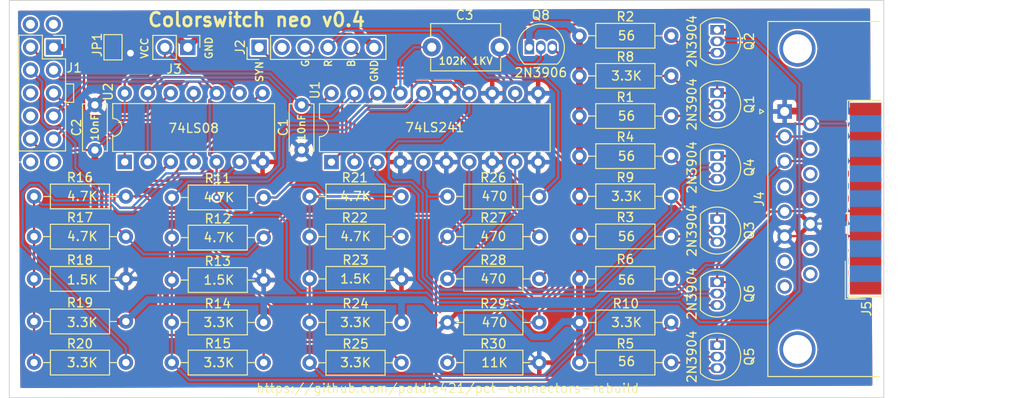
<source format=kicad_pcb>
(kicad_pcb (version 20221018) (generator pcbnew)
  (layers (0 "F.Cu" signal) (31 "B.Cu" signal) (34 "B.Paste" user) (35 "F.Paste" user) (36 "B.SilkS" user "B.Silkscreen") (37 "F.SilkS" user "F.Silkscreen") (38 "B.Mask" user) (39 "F.Mask" user) (44 "Edge.Cuts" user))
  (net 0 "")
  (net 1 "VCC")
  (net 2 "GND1")
  (net 3 "CS")
  (net 4 "Net-(Q8-B)")
  (net 5 "BLUE")
  (net 6 "Net-(Q1-B)")
  (net 7 "Net-(Q1-C)")
  (net 8 "CB")
  (net 9 "Net-(Q2-C)")
  (net 10 "RED")
  (net 11 "Net-(Q3-B)")
  (net 12 "Net-(Q3-C)")
  (net 13 "CR")
  (net 14 "Net-(Q4-C)")
  (net 15 "GREEN")
  (net 16 "Net-(Q5-B)")
  (net 17 "Net-(Q5-C)")
  (net 18 "CG")
  (net 19 "Net-(Q6-C)")
  (net 20 "Net-(Q8-C)")
  (net 21 "XINT")
  (net 22 "XB")
  (net 23 "XR")
  (net 24 "XG")
  (net 25 "Net-(J2-Pin_4)")
  (net 26 "Net-(J2-Pin_3)")
  (net 27 "Net-(J2-Pin_5)")
  (net 28 "ENABLE")
  (net 29 "Net-(J2-Pin_1)")
  (net 30 "CSYNC")
  (net 31 "G")
  (net 32 "B")
  (net 33 "R")
  (net 34 "INT")
  (net 35 "GND")
  (footprint "Resistor_THT:R_Axial_DIN0207_L6.3mm_D2.5mm_P10.16mm_Horizontal" (layer "F.Cu") (at 145.415 114.935)
    (fp_text reference "R30")
    (fp_text value "11K")
  )
  (footprint "Resistor_THT:R_Axial_DIN0207_L6.3mm_D2.5mm_P10.16mm_Horizontal" (layer "F.Cu") (at 130.175 105.664)
    (fp_text reference "R23")
    (fp_text value "1.5K")
  )
  (footprint "Connector_PinHeader_2.54mm:PinHeader_1x06_P2.54mm_Vertical" (layer "F.Cu") (at 124.587 80.03 90)
    (fp_text reference "J2")
    (fp_text value "Conn_01x06")
  )
  (footprint "Connector_PinHeader_2.54mm:PinHeader_1x02_P2.54mm_Vertical" (layer "F.Cu") (at 116.705 80.03 -90)
    (fp_text reference "J3")
    (fp_text value "Conn_01x02_Pin" hide)
  )
  (footprint "Resistor_THT:R_Axial_DIN0207_L6.3mm_D2.5mm_P10.16mm_Horizontal" (layer "F.Cu") (at 160.02 114.935)
    (fp_text reference "R5")
    (fp_text value "56")
  )
  (footprint "Connector_PinHeader_2.54mm:PinHeader_1x02_P2.54mm_Vertical" (layer "F.Cu") (at 101.859 92.71 -90)
    (fp_text reference "J3" hide)
    (fp_text value "Conn_01x02_Pin" hide)
  )
  (footprint "Resistor_THT:R_Axial_DIN0207_L6.3mm_D2.5mm_P10.16mm_Horizontal" (layer "F.Cu") (at 114.935 105.791)
    (fp_text reference "R13")
    (fp_text value "1.5K")
  )
  (footprint "Resistor_THT:R_Axial_DIN0207_L6.3mm_D2.5mm_P10.16mm_Horizontal" (layer "F.Cu") (at 114.935 114.935)
    (fp_text reference "R15")
    (fp_text value "3.3K")
  )
  (footprint "Connector_PinHeader_2.54mm:PinHeader_2x05_P2.54mm_Vertical" (layer "F.Cu") (at 99.314 80.01)
    (fp_text reference "J1")
    (fp_text value "Conn_02x05_Odd_Even" hide)
  )
  (footprint "Package_DIP:DIP-14_W7.62mm" (layer "F.Cu") (at 109.728 92.71 90)
    (fp_text reference "U2")
    (fp_text value "74LS08")
  )
  (footprint "Capacitor_THT:C_Disc_D7.5mm_W5.0mm_P7.50mm" (layer "F.Cu") (at 143.683159 80.01)
    (fp_text reference "C3")
    (fp_text value "102K 1KV")
  )
  (footprint "Resistor_THT:R_Axial_DIN0207_L6.3mm_D2.5mm_P10.16mm_Horizontal" (layer "F.Cu") (at 114.935 96.647)
    (fp_text reference "R11")
    (fp_text value "4.7K")
  )
  (footprint "Resistor_THT:R_Axial_DIN0207_L6.3mm_D2.5mm_P10.16mm_Horizontal" (layer "F.Cu") (at 99.695 100.985)
    (fp_text reference "R17")
    (fp_text value "4.7K")
  )
  (footprint "Package_TO_SOT_THT:TO-92_Inline" (layer "F.Cu") (at 154.478159 80.03)
    (fp_text reference "Q8")
    (fp_text value "2N3906")
  )
  (footprint "Resistor_THT:R_Axial_DIN0207_L6.3mm_D2.5mm_P10.16mm_Horizontal" (layer "F.Cu") (at 145.415 96.54)
    (fp_text reference "R26")
    (fp_text value "470")
  )
  (footprint "Resistor_THT:R_Axial_DIN0207_L6.3mm_D2.5mm_P10.16mm_Horizontal" (layer "F.Cu") (at 145.415 100.985)
    (fp_text reference "R27")
    (fp_text value "470")
  )
  (footprint "Package_TO_SOT_THT:TO-92_Inline" (layer "F.Cu") (at 175.248159 99.04 -90)
    (fp_text reference "Q3")
    (fp_text value "2N3904")
  )
  (footprint "Resistor_THT:R_Axial_DIN0207_L6.3mm_D2.5mm_P10.16mm_Horizontal" (layer "F.Cu") (at 99.695 110.383)
    (fp_text reference "R19")
    (fp_text value "3.3K")
  )
  (footprint "Package_TO_SOT_THT:TO-92_Inline" (layer "F.Cu") (at 175.248159 78.085 -90)
    (fp_text reference "Q2")
    (fp_text value "2N3904")
  )
  (footprint "Resistor_THT:R_Axial_DIN0207_L6.3mm_D2.5mm_P10.16mm_Horizontal" (layer "F.Cu") (at 145.415 110.49)
    (fp_text reference "R29")
    (fp_text value "470")
  )
  (footprint "Resistor_THT:R_Axial_DIN0207_L6.3mm_D2.5mm_P10.16mm_Horizontal" (layer "F.Cu") (at 160.02 92.075)
    (fp_text reference "R4")
    (fp_text value "56")
  )
  (footprint "Resistor_THT:R_Axial_DIN0207_L6.3mm_D2.5mm_P10.16mm_Horizontal" (layer "F.Cu") (at 114.935 110.49)
    (fp_text reference "R14")
    (fp_text value "3.3K")
  )
  (footprint "Resistor_THT:R_Axial_DIN0207_L6.3mm_D2.5mm_P10.16mm_Horizontal" (layer "F.Cu") (at 99.695 105.664)
    (fp_text reference "R18")
    (fp_text value "1.5K")
  )
  (footprint "Jumper:SolderJumper-2_P1.3mm_Open_Pad1.0x1.5mm" (layer "F.Cu") (at 108.43 80.015 -90)
    (fp_text reference "JP1")
    (fp_text value "Jumper_2_Open" hide)
  )
  (footprint "Package_TO_SOT_THT:TO-92_Inline" (layer "F.Cu") (at 175.248159 106.025 -90)
    (fp_text reference "Q6")
    (fp_text value "2N3904")
  )
  (footprint "Resistor_THT:R_Axial_DIN0207_L6.3mm_D2.5mm_P10.16mm_Horizontal" (layer "F.Cu") (at 99.695 96.54)
    (fp_text reference "R16")
    (fp_text value "4.7K")
  )
  (footprint "Resistor_THT:R_Axial_DIN0207_L6.3mm_D2.5mm_P10.16mm_Horizontal" (layer "F.Cu") (at 170.18 83.185 180)
    (fp_text reference "R8")
    (fp_text value "3.3K")
  )
  (footprint "Resistor_THT:R_Axial_DIN0207_L6.3mm_D2.5mm_P10.16mm_Horizontal" (layer "F.Cu") (at 170.18 110.49 180)
    (fp_text reference "R10")
    (fp_text value "3.3K")
  )
  (footprint "Resistor_THT:R_Axial_DIN0207_L6.3mm_D2.5mm_P10.16mm_Horizontal" (layer "F.Cu") (at 160.02 100.965)
    (fp_text reference "R3")
    (fp_text value "56")
  )
  (footprint "Resistor_THT:R_Axial_DIN0207_L6.3mm_D2.5mm_P10.16mm_Horizontal" (layer "F.Cu") (at 130.175 114.955)
    (fp_text reference "R25")
    (fp_text value "3.3K")
  )
  (footprint "Resistor_THT:R_Axial_DIN0207_L6.3mm_D2.5mm_P10.16mm_Horizontal" (layer "F.Cu") (at 160.02 105.664)
    (fp_text reference "R6")
    (fp_text value "56")
  )
  (footprint "Capacitor_THT:C_Disc_D5.0mm_W2.5mm_P5.00mm" (layer "F.Cu") (at 129.286 86.4 -90)
    (fp_text reference "C1")
    (fp_text value "10nF")
  )
  (footprint "Package_TO_SOT_THT:TO-92_Inline" (layer "F.Cu") (at 175.248159 113.01 -90)
    (fp_text reference "Q5")
    (fp_text value "2N3904")
  )
  (footprint "Package_TO_SOT_THT:TO-92_Inline" (layer "F.Cu") (at 175.248159 85.07 -90)
    (fp_text reference "Q1")
    (fp_text value "2N3904")
  )
  (footprint "Resistor_THT:R_Axial_DIN0207_L6.3mm_D2.5mm_P10.16mm_Horizontal" (layer "F.Cu") (at 160.02 78.74)
    (fp_text reference "R2")
    (fp_text value "56")
  )
  (footprint "Resistor_THT:R_Axial_DIN0207_L6.3mm_D2.5mm_P10.16mm_Horizontal" (layer "F.Cu") (at 170.18 96.52 180)
    (fp_text reference "R9")
    (fp_text value "3.3K")
  )
  (footprint "Package_TO_SOT_THT:TO-92_Inline" (layer "F.Cu") (at 175.248159 92.055 -90)
    (fp_text reference "Q4")
    (fp_text value "2N3904")
  )
  (footprint "Resistor_THT:R_Axial_DIN0207_L6.3mm_D2.5mm_P10.16mm_Horizontal" (layer "F.Cu") (at 130.175 100.985)
    (fp_text reference "R22")
    (fp_text value "4.7K")
  )
  (footprint "Resistor_THT:R_Axial_DIN0207_L6.3mm_D2.5mm_P10.16mm_Horizontal" (layer "F.Cu") (at 145.415 105.664)
    (fp_text reference "R28")
    (fp_text value "470")
  )
  (footprint "Resistor_THT:R_Axial_DIN0207_L6.3mm_D2.5mm_P10.16mm_Horizontal" (layer "F.Cu") (at 99.695 114.935)
    (fp_text reference "R20")
    (fp_text value "3.3K")
  )
  (footprint "Capacitor_THT:C_Disc_D5.0mm_W2.5mm_P5.00mm" (layer "F.Cu") (at 106.426 91.4 90)
    (fp_text reference "C2")
    (fp_text value "10nF")
  )
  (footprint "Resistor_THT:R_Axial_DIN0207_L6.3mm_D2.5mm_P10.16mm_Horizontal" (layer "F.Cu") (at 130.175 96.54)
    (fp_text reference "R21")
    (fp_text value "4.7K")
  )
  (footprint "Connector_PinHeader_2.54mm:PinHeader_1x02_P2.54mm_Vertical" (layer "F.Cu") (at 101.835 77.47 -90)
    (fp_text reference "J3" hide)
    (fp_text value "Conn_01x02_Pin" hide)
  )
  (footprint "Connector_Dsub:DSUB-15_Female_Horizontal_P2.77x2.84mm_EdgePinOffset7.70mm_Housed_MountingHolesOffset9.12mm" (layer "F.Cu") (at 182.718159 87.125 90)
    (fp_text reference "J4")
    (fp_text value "DA15_Plug")
  )
  (footprint "Package_DIP:DIP-20_W7.62mm" (layer "F.Cu") (at 132.593 92.73 90)
    (fp_text reference "U1")
    (fp_text value "74LS241")
  )
  (footprint "Resistor_THT:R_Axial_DIN0207_L6.3mm_D2.5mm_P10.16mm_Horizontal" (layer "F.Cu") (at 160.02 87.63)
    (fp_text reference "R1")
    (fp_text value "56")
  )
  (footprint "Resistor_THT:R_Axial_DIN0207_L6.3mm_D2.5mm_P10.16mm_Horizontal" (layer "F.Cu") (at 130.175 110.49)
    (fp_text reference "R24")
    (fp_text value "3.3K")
  )
  (footprint "Connector_Dsub:DSUB-15_Male_EdgeMount_P2.77mm" (layer "F.Cu") (at 191.6655 96.774 90)
    (fp_text reference "J5")
    (fp_text value "DA15_Plug")
  )
  (footprint "Resistor_THT:R_Axial_DIN0207_L6.3mm_D2.5mm_P10.16mm_Horizontal" (layer "F.Cu") (at 114.935 101.092)
    (fp_text reference "R12")
    (fp_text value "4.7K")
  )
  (gr_rect (start 103.1875 84.074) (end 104.0765 86.106) (stroke (width 0.12)) (fill none) (layer "F.SilkS"))
  (gr_rect (start 96.962 74.83) (end 193.675 118.83) (stroke (width 0.1)) (fill none) (layer "Edge.Cuts"))
  (gr_text "SYN" (at 125.095 83.947 90) (layer "F.SilkS") (effects (font (size 0.8 0.8)) (justify left bottom)))
  (gr_text "GND" (at 119.507 81.407 90) (layer "F.SilkS") (effects (font (size 0.8 0.8)) (justify left bottom)))
  (gr_text "B" (at 135.255 82.296 90) (layer "F.SilkS") (effects (font (size 0.8 0.8)) (justify left bottom)))
  (gr_text "VCC" (at 112.395 81.36 90) (layer "F.SilkS") (effects (font (size 0.8 0.8)) (justify left bottom)))
  (gr_text "GND" (at 137.795 83.947 90) (layer "F.SilkS") (effects (font (size 0.8 0.8)) (justify left bottom)))
  (gr_text "Colorswitch neo v0.4" (at 112.141 77.851) (layer "F.SilkS") (effects (font (size 1.5 1.5) (thickness 0.3) bold) (justify left bottom)))
  (gr_text "R" (at 132.715 82.296 90) (layer "F.SilkS") (effects (font (size 0.8 0.8)) (justify left bottom)))
  (gr_text "G" (at 130.175 82.296 90) (layer "F.SilkS") (effects (font (size 0.8 0.8)) (justify left bottom)))
  (gr_text "https://github.com/patdie421/pct-connectors-rebuild" (at 124.206 118.364) (layer "F.SilkS") (effects (font (size 1 1) (thickness 0.12)) (justify left bottom)))
  (segment (start 104.152656 91.467344) (end 100.484344 91.467344) (width 0.25) (layer "F.Cu") (net 1))
  (segment (start 129.286 86.4) (end 131.303 86.4) (width 0.25) (layer "F.Cu") (net 1))
  (segment (start 108.478 110.383) (end 106.426 108.331) (width 0.75) (layer "F.Cu") (net 1))
  (segment (start 160.02 105.664) (end 160.02 115.062) (width 0.75) (layer "F.Cu") (net 1))
  (segment (start 106.426 108.331) (end 106.426 91.4) (width 0.75) (layer "F.Cu") (net 1))
  (segment (start 160.02 96.52) (end 160.02 100.965) (width 0.75) (layer "F.Cu") (net 1))
  (segment (start 114.165 81.288) (end 112.268 83.185) (width 0.25) (layer "F.Cu") (net 1))
  (segment (start 104.22 91.4) (end 104.152656 91.467344) (width 0.25) (layer "F.Cu") (net 1))
  (segment (start 100.484344 91.467344) (end 99.314 90.297) (width 0.25) (layer "F.Cu") (net 1))
  (segment (start 160.02 78.74) (end 160.02 83.185) (width 0.75) (layer "F.Cu") (net 1))
  (segment (start 109.728 83.82) (end 109.728 85.09) (width 0.25) (layer "F.Cu") (net 1))
  (segment (start 114.165 80.03) (end 114.165 81.288) (width 0.25) (layer "F.Cu") (net 1))
  (segment (start 160.02 105.664) (end 160.02 100.965) (width 0.75) (layer "F.Cu") (net 1))
  (segment (start 112.268 83.185) (end 110.363 83.185) (width 0.25) (layer "F.Cu") (net 1))
  (segment (start 160.02 83.185) (end 160.02 87.63) (width 0.75) (layer "F.Cu") (net 1))
  (segment (start 160.02 87.63) (end 160.02 92.075) (width 0.75) (layer "F.Cu") (net 1))
  (segment (start 131.303 86.4) (end 132.593 85.11) (width 0.25) (layer "F.Cu") (net 1))
  (segment (start 109.855 110.383) (end 108.478 110.383) (width 0.75) (layer "F.Cu") (net 1))
  (segment (start 110.363 83.185) (end 109.728 83.82) (width 0.25) (layer "F.Cu") (net 1))
  (segment (start 160.02 92.075) (end 160.02 96.52) (width 0.75) (layer "F.Cu") (net 1))
  (segment (start 106.426 91.4) (end 104.22 91.4) (width 0.25) (layer "F.Cu") (net 1))
  (segment (start 160.02 92.075) (end 160.02 91.44) (width 0.25) (layer "B.Cu") (net 1))
  (segment (start 140.335 107.97) (end 138.441841 107.97) (width 0.75) (layer "B.Cu") (net 1))
  (segment (start 125.329 107.97) (end 138.441841 107.97) (width 0.75) (layer "B.Cu") (net 1))
  (segment (start 125.095 110.49) (end 125.095 108.204) (width 0.75) (layer "B.Cu") (net 1))
  (segment (start 158.222 110.383) (end 160 110.383) (width 0.75) (layer "B.Cu") (net 1))
  (segment (start 151.734421 108.966) (end 154.848421 112.08) (width 0.75) (layer "B.Cu") (net 1))
  (segment (start 129.286 86.4) (end 125.806 82.92) (width 0.25) (layer "B.Cu") (net 1))
  (segment (start 109.855 110.383) (end 112.268 107.97) (width 0.75) (layer "B.Cu") (net 1))
  (segment (start 125.806 82.92) (end 117.055 82.92) (width 0.25) (layer "B.Cu") (net 1))
  (segment (start 109.728 85.09) (end 109.728 88.098) (width 0.25) (layer "B.Cu") (net 1))
  (segment (start 160 110.383) (end 160.02 110.363) (width 0.75) (layer "B.Cu") (net 1))
  (segment (start 154.478159 80.03) (end 154.478159 78.202133) (width 0.75) (layer "B.Cu") (net 1))
  (segment (start 117.055 82.92) (end 114.165 80.03) (width 0.25) (layer "B.Cu") (net 1))
  (segment (start 154.478159 78.202133) (end 155.210292 77.47) (width 0.75) (layer "B.Cu") (net 1))
  (segment (start 156.525 112.08) (end 158.222 110.383) (width 0.75) (layer "B.Cu") (net 1))
  (segment (start 112.268 107.97) (end 125.329 107.97) (width 0.75) (layer "B.Cu") (net 1))
  (segment (start 154.848421 112.08) (end 156.525 112.08) (width 0.75) (layer "B.Cu") (net 1))
  (segment (start 109.728 88.098) (end 106.426 91.4) (width 0.25) (layer "B.Cu") (net 1))
  (segment (start 143.912862 108.966) (end 151.734421 108.966) (width 0.75) (layer "B.Cu") (net 1))
  (segment (start 140.335 110.383) (end 140.335 107.97) (width 0.75) (layer "B.Cu") (net 1))
  (segment (start 138.441841 107.97) (end 142.916862 107.97) (width 0.75) (layer "B.Cu") (net 1))
  (segment (start 155.210292 77.47) (end 158.75 77.47) (width 0.75) (layer "B.Cu") (net 1))
  (segment (start 142.916862 107.97) (end 143.912862 108.966) (width 0.75) (layer "B.Cu") (net 1))
  (segment (start 158.75 77.47) (end 160.02 78.74) (width 0.75) (layer "B.Cu") (net 1))
  (segment (start 125.095 108.204) (end 125.329 107.97) (width 0.75) (layer "B.Cu") (net 1))
  (segment (start 182.764159 87.079) (end 182.718159 87.125) (width 0.25) (layer "F.Cu") (net 2))
  (segment (start 108.43 84.396) (end 106.426 86.4) (width 0.75) (layer "F.Cu") (net 2))
  (segment (start 110.363 80.665) (end 108.43 80.665) (width 0.75) (layer "F.Cu") (net 2))
  (segment (start 182.764159 100.929) (end 182.718159 100.975) (width 0.25) (layer "F.Cu") (net 2))
  (segment (start 155.575 114.935) (end 155.575 115.082) (width 0.25) (layer "F.Cu") (net 2))
  (segment (start 108.43 80.665) (end 108.43 84.396) (width 0.75) (layer "F.Cu") (net 2))
  (segment (start 191.6655 87.079) (end 182.764159 87.079) (width 0.75) (layer "F.Cu") (net 2))
  (segment (start 191.6655 100.929) (end 182.764159 100.929) (width 0.25) (layer "F.Cu") (net 2))
  (via (at 110.363 80.665) (size 1) (drill 0.75) (layers "F.Cu" "B.Cu") (net 2))
  (segment (start 191.6655 99.544) (end 185.604159 99.544) (width 0.25) (layer "B.Cu") (net 2))
  (segment (start 122.682 103.378) (end 125.095 105.791) (width 0.25) (layer "B.Cu") (net 2))
  (segment (start 109.855 105.664) (end 112.141 103.378) (width 0.25) (layer "B.Cu") (net 2))
  (segment (start 185.604159 99.544) (end 185.558159 99.59) (width 0.25) (layer "B.Cu") (net 2))
  (segment (start 151.15 110.51) (end 155.575 114.935) (width 0.25) (layer "B.Cu") (net 2))
  (segment (start 144.537841 110.51) (end 151.15 110.51) (width 0.25) (layer "B.Cu") (net 2))
  (segment (start 112.141 103.378) (end 122.682 103.378) (width 0.25) (layer "B.Cu") (net 2))
  (segment (start 185.558159 99.59) (end 185.525 99.59) (width 0.25) (layer "B.Cu") (net 2))
  (segment (start 131.699 91.44) (end 133.223 91.44) (width 0.25) (layer "F.Cu") (net 3))
  (segment (start 126.492 96.647) (end 131.699 91.44) (width 0.25) (layer "F.Cu") (net 3))
  (segment (start 109.855 96.54) (end 109.875 96.52) (width 0.25) (layer "F.Cu") (net 3))
  (segment (start 109.875 96.52) (end 112.014 96.52) (width 0.25) (layer "F.Cu") (net 3))
  (segment (start 133.783 84.784) (end 134.62 83.947) (width 0.25) (layer "F.Cu") (net 3))
  (segment (start 112.014 96.52) (end 113.85 98.356) (width 0.25) (layer "F.Cu") (net 3))
  (segment (start 134.62 83.947) (end 139.05 83.947) (width 0.25) (layer "F.Cu") (net 3))
  (segment (start 113.85 98.356) (end 123.386 98.356) (width 0.25) (layer "F.Cu") (net 3))
  (segment (start 123.386 98.356) (end 125.095 96.647) (width 0.25) (layer "F.Cu") (net 3))
  (segment (start 139.05 83.947) (end 140.213 85.11) (width 0.25) (layer "F.Cu") (net 3))
  (segment (start 125.095 96.647) (end 126.492 96.647) (width 0.25) (layer "F.Cu") (net 3))
  (segment (start 133.783 90.88) (end 133.783 84.784) (width 0.25) (layer "F.Cu") (net 3))
  (segment (start 133.223 91.44) (end 133.783 90.88) (width 0.25) (layer "F.Cu") (net 3))
  (segment (start 140.315 96.52) (end 140.335 96.54) (width 0.25) (layer "B.Cu") (net 3))
  (segment (start 130.81 95.25) (end 132.08 96.52) (width 0.25) (layer "B.Cu") (net 3))
  (segment (start 102.443366 88.9) (end 104.267 90.723634) (width 0.25) (layer "B.Cu") (net 3))
  (segment (start 104.267 90.723634) (end 104.267 93.345) (width 0.25) (layer "B.Cu") (net 3))
  (segment (start 143.683159 80.01) (end 141.715957 80.01) (width 0.25) (layer "B.Cu") (net 3))
  (segment (start 100.584 83.82) (end 100.584 88.235513) (width 0.25) (layer "B.Cu") (net 3))
  (segment (start 126.492 96.647) (end 127.889 95.25) (width 0.25) (layer "B.Cu") (net 3))
  (segment (start 141.715957 80.01) (end 140.213 81.512957) (width 0.25) (layer "B.Cu") (net 3))
  (segment (start 99.314 82.55) (end 100.584 83.82) (width 0.25) (layer "B.Cu") (net 3))
  (segment (start 101.248487 88.9) (end 102.443366 88.9) (width 0.25) (layer "B.Cu") (net 3))
  (segment (start 107.462 96.54) (end 109.855 96.54) (width 0.25) (layer "B.Cu") (net 3))
  (segment (start 104.267 93.345) (end 107.462 96.54) (width 0.25) (layer "B.Cu") (net 3))
  (segment (start 125.095 96.647) (end 126.492 96.647) (width 0.25) (layer "B.Cu") (net 3))
  (segment (start 127.889 95.25) (end 130.81 95.25) (width 0.25) (layer "B.Cu") (net 3))
  (segment (start 132.08 96.52) (end 140.315 96.52) (width 0.25) (layer "B.Cu") (net 3))
  (segment (start 100.584 88.235513) (end 101.248487 88.9) (width 0.25) (layer "B.Cu") (net 3))
  (segment (start 140.213 81.512957) (end 140.213 85.11) (width 0.25) (layer "B.Cu") (net 3))
  (segment (start 145.415 114.935) (end 152.146 108.204) (width 0.25) (layer "F.Cu") (net 4))
  (segment (start 158.427 92.641) (end 154.178 88.392) (width 0.25) (layer "F.Cu") (net 4))
  (segment (start 154.178 84.582) (end 153.416 83.82) (width 0.25) (layer "F.Cu") (net 4))
  (segment (start 158.427 105.858604) (end 158.427 92.641) (width 0.25) (layer "F.Cu") (net 4))
  (segment (start 151.183159 82.349159) (end 151.183159 80.01) (width 0.25) (layer "F.Cu") (net 4))
  (segment (start 153.416 83.82) (end 152.654 83.82) (width 0.25) (layer "F.Cu") (net 4))
  (segment (start 156.081604 108.204) (end 158.427 105.858604) (width 0.25) (layer "F.Cu") (net 4))
  (segment (start 154.178 88.392) (end 154.178 84.582) (width 0.25) (layer "F.Cu") (net 4))
  (segment (start 152.654 83.82) (end 151.183159 82.349159) (width 0.25) (layer "F.Cu") (net 4))
  (segment (start 152.146 108.204) (end 156.081604 108.204) (width 0.25) (layer "F.Cu") (net 4))
  (segment (start 155.113159 81.915) (end 155.748159 81.28) (width 0.25) (layer "B.Cu") (net 4))
  (segment (start 153.088159 81.915) (end 155.113159 81.915) (width 0.25) (layer "B.Cu") (net 4))
  (segment (start 151.183159 80.01) (end 153.088159 81.915) (width 0.25) (layer "B.Cu") (net 4))
  (segment (start 155.748159 81.28) (end 155.748159 80.03) (width 0.25) (layer "B.Cu") (net 4))
  (segment (start 175.258159 85.08) (end 177.028 85.08) (width 0.25) (layer "F.Cu") (net 5))
  (segment (start 175.248159 83.323841) (end 177.8 80.772) (width 0.25) (layer "F.Cu") (net 5))
  (segment (start 177.8 80.772) (end 177.8 78.682329) (width 0.25) (layer "F.Cu") (net 5))
  (segment (start 180.458 88.51) (end 185.558159 88.51) (width 0.25) (layer "F.Cu") (net 5))
  (segment (start 177.8 78.682329) (end 177.202671 78.085) (width 0.25) (layer "F.Cu") (net 5))
  (segment (start 177.028 85.08) (end 180.458 88.51) (width 0.25) (layer "F.Cu") (net 5))
  (segment (start 175.248159 85.07) (end 175.248159 83.323841) (width 0.25) (layer "F.Cu") (net 5))
  (segment (start 175.248159 85.07) (end 175.258159 85.08) (width 0.25) (layer "F.Cu") (net 5))
  (segment (start 177.202671 78.085) (end 175.248159 78.085) (width 0.25) (layer "F.Cu") (net 5))
  (segment (start 175.248159 85.07) (end 175.258159 85.06) (width 0.25) (layer "F.Cu") (net 5))
  (segment (start 191.6655 88.464) (end 185.604159 88.464) (width 0.25) (layer "B.Cu") (net 5))
  (segment (start 185.604159 88.464) (end 185.558159 88.51) (width 0.25) (layer "B.Cu") (net 5))
  (segment (start 151.638 85.7885) (end 151.638 83.566) (width 0.25) (layer "F.Cu") (net 6))
  (segment (start 150.348 77.49) (end 161.945 77.49) (width 0.25) (layer "F.Cu") (net 6))
  (segment (start 152.458 86.6085) (end 151.638 85.7885) (width 0.25) (layer "F.Cu") (net 6))
  (segment (start 175.248159 86.34) (end 173.335 86.34) (width 0.25) (layer "F.Cu") (net 6))
  (segment (start 152.458 90.228) (end 152.458 86.6085) (width 0.25) (layer "F.Cu") (net 6))
  (segment (start 152.908 92.725) (end 152.908 90.678) (width 0.25) (layer "F.Cu") (net 6))
  (segment (start 151.638 83.566) (end 149.858159 81.786159) (width 0.25) (layer "F.Cu") (net 6))
  (segment (start 173.335 86.34) (end 170.18 83.185) (width 0.25) (layer "F.Cu") (net 6))
  (segment (start 152.908 90.678) (end 152.458 90.228) (width 0.25) (layer "F.Cu") (net 6))
  (segment (start 149.858159 81.786159) (end 149.858159 77.979841) (width 0.25) (layer "F.Cu") (net 6))
  (segment (start 161.945 77.49) (end 167.64 83.185) (width 0.25) (layer "F.Cu") (net 6))
  (segment (start 152.913 92.73) (end 152.908 92.725) (width 0.25) (layer "F.Cu") (net 6))
  (segment (start 149.858159 77.979841) (end 150.348 77.49) (width 0.25) (layer "F.Cu") (net 6))
  (segment (start 167.64 83.185) (end 170.18 83.185) (width 0.25) (layer "F.Cu") (net 6))
  (segment (start 152.913 92.73) (end 152.913 98.186) (width 0.25) (layer "B.Cu") (net 6))
  (segment (start 152.913 98.186) (end 145.435 105.664) (width 0.25) (layer "B.Cu") (net 6))
  (segment (start 145.435 105.664) (end 145.415 105.664) (width 0.25) (layer "B.Cu") (net 6))
  (segment (start 170.18 87.63) (end 170.2 87.61) (width 0.25) (layer "F.Cu") (net 7))
  (segment (start 170.2 87.61) (end 175.248159 87.61) (width 0.25) (layer "F.Cu") (net 7))
  (segment (start 114.935 110.49) (end 114.935 105.537) (width 0.25) (layer "F.Cu") (net 8))
  (segment (start 114.935 101.092) (end 114.935 105.537) (width 0.25) (layer "F.Cu") (net 8))
  (segment (start 184.346 106.992) (end 180.868 110.47) (width 0.25) (layer "B.Cu") (net 8))
  (segment (start 116.702 94.88) (end 125.592 94.88) (width 0.25) (layer "B.Cu") (net 8))
  (segment (start 161.701637 111.348363) (end 156.19 116.86) (width 0.25) (layer "B.Cu") (net 8))
  (segment (start 136.456 86.937) (end 140.926 86.937) (width 0.25) (layer "B.Cu") (net 8))
  (segment (start 175.248159 79.355) (end 175.661 79.355) (width 0.25) (layer "B.Cu") (net 8))
  (segment (start 128.143 89.154) (end 134.239 89.154) (width 0.25) (layer "B.Cu") (net 8))
  (segment (start 175.768 79.248) (end 179.451001 79.248) (width 0.25) (layer "B.Cu") (net 8))
  (segment (start 114.935 96.647) (end 114.935 101.092) (width 0.25) (layer "B.Cu") (net 8))
  (segment (start 140.926 86.937) (end 142.753 85.11) (width 0.25) (layer "B.Cu") (net 8))
  (segment (start 127.254 90.043) (end 128.143 89.154) (width 0.25) (layer "B.Cu") (net 8))
  (segment (start 175.661 79.355) (end 175.768 79.248) (width 0.25) (layer "B.Cu") (net 8))
  (segment (start 127.254 93.218) (end 127.254 90.043) (width 0.25) (layer "B.Cu") (net 8))
  (segment (start 180.868 110.47) (end 173.335 110.47) (width 0.25) (layer "B.Cu") (net 8))
  (segment (start 114.935 96.647) (end 116.702 94.88) (width 0.25) (layer "B.Cu") (net 8))
  (segment (start 114.935 114.935) (end 114.935 110.49) (width 0.25) (layer "B.Cu") (net 8))
  (segment (start 179.451001 79.248) (end 184.346 84.142999) (width 0.25) (layer "B.Cu") (net 8))
  (segment (start 163.820396 108.215) (end 161.701637 110.333759) (width 0.25) (layer "B.Cu") (net 8))
  (segment (start 125.592 94.88) (end 127.254 93.218) (width 0.25) (layer "B.Cu") (net 8))
  (segment (start 171.08 108.215) (end 163.820396 108.215) (width 0.25) (layer "B.Cu") (net 8))
  (segment (start 184.346 84.142999) (end 184.346 106.992) (width 0.25) (layer "B.Cu") (net 8))
  (segment (start 134.239 89.154) (end 136.456 86.937) (width 0.25) (layer "B.Cu") (net 8))
  (segment (start 156.19 116.86) (end 116.86 116.86) (width 0.25) (layer "B.Cu") (net 8))
  (segment (start 161.701637 110.333759) (end 161.701637 111.348363) (width 0.25) (layer "B.Cu") (net 8))
  (segment (start 116.86 116.86) (end 114.935 114.935) (width 0.25) (layer "B.Cu") (net 8))
  (segment (start 173.335 110.47) (end 171.08 108.215) (width 0.25) (layer "B.Cu") (net 8))
  (segment (start 170.18 78.74) (end 172.065 80.625) (width 0.25) (layer "F.Cu") (net 9))
  (segment (start 172.065 80.625) (end 175.248159 80.625) (width 0.25) (layer "F.Cu") (net 9))
  (segment (start 175.248159 92.055) (end 177.202671 92.055) (width 0.25) (layer "F.Cu") (net 10))
  (segment (start 177.202671 92.055) (end 177.8 92.652329) (width 0.25) (layer "F.Cu") (net 10))
  (segment (start 182.718159 89.895) (end 191.495 89.895) (width 0.25) (layer "F.Cu") (net 10))
  (segment (start 177.038 92.055) (end 175.248159 92.055) (width 0.25) (layer "F.Cu") (net 10))
  (segment (start 179.198 89.895) (end 177.038 92.055) (width 0.25) (layer "F.Cu") (net 10))
  (segment (start 177.8 94.742) (end 175.248159 97.293841) (width 0.25) (layer "F.Cu") (net 10))
  (segment (start 177.8 92.652329) (end 177.8 94.742) (width 0.25) (layer "F.Cu") (net 10))
  (segment (start 175.248159 97.293841) (end 175.248159 99.04) (width 0.25) (layer "F.Cu") (net 10))
  (segment (start 191.495 89.895) (end 191.516 89.916) (width 0.25) (layer "F.Cu") (net 10))
  (segment (start 182.718159 89.895) (end 179.198 89.895) (width 0.25) (layer "F.Cu") (net 10))
  (segment (start 170.18 96.52) (end 173.97 100.31) (width 0.25) (layer "F.Cu") (net 11))
  (segment (start 173.97 100.31) (end 175.248159 100.31) (width 0.25) (layer "F.Cu") (net 11))
  (segment (start 175.712779 100.31) (end 175.248159 100.31) (width 0.25) (layer "B.Cu") (net 11))
  (segment (start 145.415 95.885) (end 145.415 96.54) (width 0.25) (layer "B.Cu") (net 11))
  (segment (start 143.129 105.283) (end 144.711 106.865) (width 0.25) (layer "B.Cu") (net 11))
  (segment (start 161.486 106.865) (end 170.18 98.171) (width 0.25) (layer "B.Cu") (net 11))
  (segment (start 143.129 96.52) (end 143.129 105.283) (width 0.25) (layer "B.Cu") (net 11))
  (segment (start 142.748 95.593) (end 143.129 95.974) (width 0.25) (layer "B.Cu") (net 11))
  (segment (start 145.415 96.54) (end 143.149 96.54) (width 0.25) (layer "B.Cu") (net 11))
  (segment (start 142.753 92.73) (end 142.748 92.735) (width 0.25) (layer "B.Cu") (net 11))
  (segment (start 143.149 96.54) (end 143.129 96.52) (width 0.25) (layer "B.Cu") (net 11))
  (segment (start 143.129 95.974) (end 143.129 96.52) (width 0.25) (layer "B.Cu") (net 11))
  (segment (start 144.711 106.865) (end 161.486 106.865) (width 0.25) (layer "B.Cu") (net 11))
  (segment (start 170.18 98.171) (end 170.18 96.52) (width 0.25) (layer "B.Cu") (net 11))
  (segment (start 142.748 92.735) (end 142.748 95.593) (width 0.25) (layer "B.Cu") (net 11))
  (segment (start 175.094969 101.58) (end 175.248159 101.58) (width 0.25) (layer "F.Cu") (net 12))
  (segment (start 170.18 100.965) (end 174.479969 100.965) (width 0.25) (layer "F.Cu") (net 12))
  (segment (start 174.479969 100.965) (end 175.094969 101.58) (width 0.25) (layer "F.Cu") (net 12))
  (segment (start 99.695 100.985) (end 99.695 96.54) (width 0.25) (layer "F.Cu") (net 13))
  (segment (start 99.695 110.383) (end 99.695 100.985) (width 0.25) (layer "F.Cu") (net 13))
  (segment (start 99.695 115.082) (end 99.695 110.383) (width 0.25) (layer "F.Cu") (net 13))
  (segment (start 139.377 94.927) (end 141.445604 94.927) (width 0.25) (layer "B.Cu") (net 13))
  (segment (start 171.45 95.377) (end 173.502 93.325) (width 0.25) (layer "B.Cu") (net 13))
  (segment (start 142.113 83.947) (end 146.67 83.947) (width 0.25) (layer "B.Cu") (net 13))
  (segment (start 100.595 97.44) (end 108.235 97.44) (width 0.25) (layer "B.Cu") (net 13))
  (segment (start 138.938 94.488) (end 139.377 94.927) (width 0.25) (layer "B.Cu") (net 13))
  (segment (start 126.804 89.856604) (end 128.014604 88.646) (width 0.25) (layer "B.Cu") (net 13))
  (segment (start 146.67 83.947) (end 147.833 85.11) (width 0.25) (layer "B.Cu") (net 13))
  (segment (start 136.269604 86.487) (end 140.589 86.487) (width 0.25) (layer "B.Cu") (net 13))
  (segment (start 147.833 87.244) (end 144.653 90.424) (width 0.25) (layer "B.Cu") (net 13))
  (segment (start 134.110604 88.646) (end 136.269604 86.487) (width 0.25) (layer "B.Cu") (net 13))
  (segment (start 139.954 90.424) (end 138.938 91.44) (width 0.25) (layer "B.Cu") (net 13))
  (segment (start 141.445604 94.927) (end 142.679 96.160396) (width 0.25) (layer "B.Cu") (net 13))
  (segment (start 138.938 91.44) (end 138.938 94.488) (width 0.25) (layer "B.Cu") (net 13))
  (segment (start 142.679 96.160396) (end 142.679 105.469396) (width 0.25) (layer "B.Cu") (net 13))
  (segment (start 126.804 93.031604) (end 126.804 89.856604) (width 0.25) (layer "B.Cu") (net 13))
  (segment (start 147.833 85.11) (end 147.833 87.244) (width 0.25) (layer "B.Cu") (net 13))
  (segment (start 173.502 93.325) (end 175.248159 93.325) (width 0.25) (layer "B.Cu") (net 13))
  (segment (start 141.478 85.598) (end 141.478 84.582) (width 0.25) (layer "B.Cu") (net 13))
  (segment (start 161.621396 107.366) (end 171.45 97.537396) (width 0.25) (layer "B.Cu") (net 13))
  (segment (start 128.014604 88.646) (end 134.110604 88.646) (width 0.25) (layer "B.Cu") (net 13))
  (segment (start 144.575604 107.366) (end 161.621396 107.366) (width 0.25) (layer "B.Cu") (net 13))
  (segment (start 144.653 90.424) (end 139.954 90.424) (width 0.25) (layer "B.Cu") (net 13))
  (segment (start 99.695 96.54) (end 100.595 97.44) (width 0.25) (layer "B.Cu") (net 13))
  (segment (start 114.486396 94.43) (end 125.405604 94.43) (width 0.25) (layer "B.Cu") (net 13))
  (segment (start 142.679 105.469396) (end 144.575604 107.366) (width 0.25) (layer "B.Cu") (net 13))
  (segment (start 110.676396 98.24) (end 114.486396 94.43) (width 0.25) (layer "B.Cu") (net 13))
  (segment (start 141.478 84.582) (end 142.113 83.947) (width 0.25) (layer "B.Cu") (net 13))
  (segment (start 171.45 97.537396) (end 171.45 95.377) (width 0.25) (layer "B.Cu") (net 13))
  (segment (start 109.035 98.24) (end 110.676396 98.24) (width 0.25) (layer "B.Cu") (net 13))
  (segment (start 140.589 86.487) (end 141.478 85.598) (width 0.25) (layer "B.Cu") (net 13))
  (segment (start 125.405604 94.43) (end 126.804 93.031604) (width 0.25) (layer "B.Cu") (net 13))
  (segment (start 108.235 97.44) (end 109.035 98.24) (width 0.25) (layer "B.Cu") (net 13))
  (segment (start 175.228159 94.615) (end 175.248159 94.595) (width 0.25) (layer "F.Cu") (net 14))
  (segment (start 172.72 94.615) (end 175.228159 94.615) (width 0.25) (layer "F.Cu") (net 14))
  (segment (start 170.18 92.075) (end 172.72 94.615) (width 0.25) (layer "F.Cu") (net 14))
  (segment (start 181.163159 98.205) (end 175.248159 104.12) (width 0.25) (layer "F.Cu") (net 15))
  (segment (start 182.764159 98.159) (end 182.718159 98.205) (width 0.25) (layer "F.Cu") (net 15))
  (segment (start 175.248159 111.263841) (end 175.248159 113.01) (width 0.25) (layer "F.Cu") (net 15))
  (segment (start 177.8 108.712) (end 175.248159 111.263841) (width 0.25) (layer "F.Cu") (net 15))
  (segment (start 182.718159 98.205) (end 181.163159 98.205) (width 0.25) (layer "F.Cu") (net 15))
  (segment (start 175.248159 104.12) (end 175.248159 106.025) (width 0.25) (layer "F.Cu") (net 15))
  (segment (start 191.6655 98.159) (end 182.764159 98.159) (width 0.25) (layer "F.Cu") (net 15))
  (segment (start 177.202671 106.025) (end 177.8 106.622329) (width 0.25) (layer "F.Cu") (net 15))
  (segment (start 175.248159 106.025) (end 177.202671 106.025) (width 0.25) (layer "F.Cu") (net 15))
  (segment (start 177.8 106.622329) (end 177.8 108.712) (width 0.25) (layer "F.Cu") (net 15))
  (segment (start 170.18 110.49) (end 173.97 114.28) (width 0.25) (layer "F.Cu") (net 16))
  (segment (start 145.415 100.985) (end 144.145 102.255) (width 0.25) (layer "F.Cu") (net 16))
  (segment (start 173.97 114.28) (end 175.248159 114.28) (width 0.25) (layer "F.Cu") (net 16))
  (segment (start 163.83 116.84) (end 170.18 110.49) (width 0.25) (layer "F.Cu") (net 16))
  (segment (start 144.145 102.255) (end 144.145 116.196841) (width 0.25) (layer "F.Cu") (net 16))
  (segment (start 144.788159 116.84) (end 163.83 116.84) (width 0.25) (layer "F.Cu") (net 16))
  (segment (start 144.145 116.196841) (end 144.788159 116.84) (width 0.25) (layer "F.Cu") (net 16))
  (segment (start 147.833 98.567) (end 145.415 100.985) (width 0.25) (layer "B.Cu") (net 16))
  (segment (start 147.833 92.73) (end 147.833 98.567) (width 0.25) (layer "B.Cu") (net 16))
  (segment (start 172.728159 114.935) (end 173.363159 115.57) (width 0.25) (layer "F.Cu") (net 17))
  (segment (start 173.363159 115.57) (end 174.625 115.57) (width 0.25) (layer "F.Cu") (net 17))
  (segment (start 170.18 115.062) (end 170.18 114.935) (width 0.25) (layer "F.Cu") (net 17))
  (segment (start 170.18 114.935) (end 172.728159 114.935) (width 0.25) (layer "F.Cu") (net 17))
  (segment (start 155.895208 107.754) (end 154.871 107.754) (width 0.25) (layer "F.Cu") (net 18))
  (segment (start 136.556122 96.54) (end 130.175 96.54) (width 0.25) (layer "F.Cu") (net 18))
  (segment (start 130.175 110.49) (end 130.175 105.664) (width 0.25) (layer "F.Cu") (net 18))
  (segment (start 154.178 91.311604) (end 154.178 97.026604) (width 0.25) (layer "F.Cu") (net 18))
  (segment (start 154.178 97.026604) (end 157.977 100.825604) (width 0.25) (layer "F.Cu") (net 18))
  (segment (start 152.908 85.115) (end 152.908 90.041604) (width 0.25) (layer "F.Cu") (net 18))
  (segment (start 157.977 105.672208) (end 155.895208 107.754) (width 0.25) (layer "F.Cu") (net 18))
  (segment (start 138.695122 98.679) (end 136.556122 96.54) (width 0.25) (layer "F.Cu") (net 18))
  (segment (start 154.871 107.754) (end 145.796 98.679) (width 0.25) (layer "F.Cu") (net 18))
  (segment (start 145.796 98.679) (end 138.695122 98.679) (width 0.25) (layer "F.Cu") (net 18))
  (segment (start 152.913 85.11) (end 152.908 85.115) (width 0.25) (layer "F.Cu") (net 18))
  (segment (start 152.908 90.041604) (end 154.178 91.311604) (width 0.25) (layer "F.Cu") (net 18))
  (segment (start 157.977 100.825604) (end 157.977 105.672208) (width 0.25) (layer "F.Cu") (net 18))
  (segment (start 171.47 107.295) (end 175.248159 107.295) (width 0.25) (layer "B.Cu") (net 18))
  (segment (start 156.003604 116.41) (end 161.251637 111.161967) (width 0.25) (layer "B.Cu") (net 18))
  (segment (start 130.175 114.955) (end 131.63 116.41) (width 0.25) (layer "B.Cu") (net 18))
  (segment (start 161.251637 110.147363) (end 163.634 107.765) (width 0.25) (layer "B.Cu") (net 18))
  (segment (start 171 107.765) (end 171.47 107.295) (width 0.25) (layer "B.Cu") (net 18))
  (segment (start 130.175 100.985) (end 130.175 105.43) (width 0.25) (layer "B.Cu") (net 18))
  (segment (start 131.63 116.41) (end 156.003604 116.41) (width 0.25) (layer "B.Cu") (net 18))
  (segment (start 130.175 110.383) (end 130.175 114.955) (width 0.25) (layer "B.Cu") (net 18))
  (segment (start 130.175 96.54) (end 130.175 100.985) (width 0.25) (layer "B.Cu") (net 18))
  (segment (start 161.251637 111.161967) (end 161.251637 110.147363) (width 0.25) (layer "B.Cu") (net 18))
  (segment (start 163.634 107.765) (end 171 107.765) (width 0.25) (layer "B.Cu") (net 18))
  (segment (start 170.18 105.664) (end 173.101 108.585) (width 0.25) (layer "F.Cu") (net 19))
  (segment (start 175.228159 108.585) (end 175.248159 108.565) (width 0.25) (layer "F.Cu") (net 19))
  (segment (start 173.101 108.585) (end 175.228159 108.585) (width 0.25) (layer "F.Cu") (net 19))
  (segment (start 114.046 83.312) (end 112.268 85.09) (width 0.25) (layer "F.Cu") (net 20))
  (segment (start 158.877 106.045) (end 158.877 81.888841) (width 0.25) (layer "F.Cu") (net 20))
  (segment (start 118.11 83.312) (end 114.046 83.312) (width 0.25) (layer "F.Cu") (net 20))
  (segment (start 119.888 96.647) (end 119.888 92.71) (width 0.25) (layer "F.Cu") (net 20))
  (segment (start 119.888 85.09) (end 118.11 83.312) (width 0.25) (layer "F.Cu") (net 20))
  (segment (start 155.575 110.51) (end 155.575 109.347) (width 0.25) (layer "F.Cu") (net 20))
  (segment (start 158.877 81.888841) (end 157.018159 80.03) (width 0.25) (layer "F.Cu") (net 20))
  (segment (start 155.575 109.347) (end 158.877 106.045) (width 0.25) (layer "F.Cu") (net 20))
  (via (at 119.888 96.647) (size 0.8) (drill 0.4) (layers "F.Cu" "B.Cu") (net 20))
  (segment (start 119.565 85.11) (end 119.565 84.894) (width 0.25) (layer "B.Cu") (net 20))
  (segment (start 112.268 85.09) (end 112.268 92.71) (width 0.25) (layer "B.Cu") (net 20))
  (segment (start 126.746 98.552) (end 127.635 99.441) (width 0.25) (layer "B.Cu") (net 20))
  (segment (start 154.248371 110.49) (end 155.575 110.49) (width 0.25) (layer "B.Cu") (net 20))
  (segment (start 152.024371 108.266) (end 154.248371 110.49) (width 0.25) (layer "B.Cu") (net 20))
  (segment (start 127.635 99.441) (end 127.635 105.664) (width 0.25) (layer "B.Cu") (net 20))
  (segment (start 119.888 96.647) (end 121.793 98.552) (width 0.25) (layer "B.Cu") (net 20))
  (segment (start 144.202812 108.266) (end 152.024371 108.266) (width 0.25) (layer "B.Cu") (net 20))
  (segment (start 127.635 105.664) (end 129.159 107.188) (width 0.25) (layer "B.Cu") (net 20))
  (segment (start 121.793 98.552) (end 126.746 98.552) (width 0.25) (layer "B.Cu") (net 20))
  (segment (start 119.126 85.852) (end 119.126 91.948) (width 0.25) (layer "B.Cu") (net 20))
  (segment (start 129.159 107.188) (end 143.124812 107.188) (width 0.25) (layer "B.Cu") (net 20))
  (segment (start 119.888 85.09) (end 119.126 85.852) (width 0.25) (layer "B.Cu") (net 20))
  (segment (start 143.124812 107.188) (end 144.202812 108.266) (width 0.25) (layer "B.Cu") (net 20))
  (segment (start 119.126 91.948) (end 119.888 92.71) (width 0.25) (layer "B.Cu") (net 20))
  (segment (start 114.4325 94.8) (end 116.078 93.1545) (width 0.25) (layer "F.Cu") (net 21))
  (segment (start 108.135 99.265) (end 108.135 95.825604) (width 0.25) (layer "F.Cu") (net 21))
  (segment (start 109.160604 94.8) (end 114.4325 94.8) (width 0.25) (layer "F.Cu") (net 21))
  (segment (start 136.037 100.985) (end 140.335 100.985) (width 0.25) (layer "F.Cu") (net 21))
  (segment (start 117.348 86.741) (end 117.348 85.09) (width 0.25) (layer "F.Cu") (net 21))
  (segment (start 133.731 98.679) (end 136.037 100.985) (width 0.25) (layer "F.Cu") (net 21))
  (segment (start 108.135 95.825604) (end 109.160604 94.8) (width 0.25) (layer "F.Cu") (net 21))
  (segment (start 109.855 100.985) (end 108.135 99.265) (width 0.25) (layer "F.Cu") (net 21))
  (segment (start 116.078 88.011) (end 117.348 86.741) (width 0.25) (layer "F.Cu") (net 21))
  (segment (start 127.508 98.679) (end 133.731 98.679) (width 0.25) (layer "F.Cu") (net 21))
  (segment (start 116.078 93.1545) (end 116.078 88.011) (width 0.25) (layer "F.Cu") (net 21))
  (segment (start 125.095 101.092) (end 127.508 98.679) (width 0.25) (layer "F.Cu") (net 21))
  (segment (start 111.798 102.928) (end 123.122396 102.928) (width 0.25) (layer "B.Cu") (net 21))
  (segment (start 123.190698 102.996302) (end 125.095 101.092) (width 0.25) (layer "B.Cu") (net 21))
  (segment (start 123.122396 102.928) (end 123.190698 102.996302) (width 0.25) (layer "B.Cu") (net 21))
  (segment (start 109.855 100.985) (end 111.798 102.928) (width 0.25) (layer "B.Cu") (net 21))
  (segment (start 123.952 111.887) (end 114.554 111.887) (width 0.25) (layer "F.Cu") (net 22))
  (segment (start 114.554 111.887) (end 113.665 110.998) (width 0.25) (layer "F.Cu") (net 22))
  (segment (start 108.974208 94.35) (end 113.168 94.35) (width 0.25) (layer "F.Cu") (net 22))
  (segment (start 125.095 114.935) (end 125.095 113.03) (width 0.25) (layer "F.Cu") (net 22))
  (segment (start 113.168 94.35) (end 114.808 92.71) (width 0.25) (layer "F.Cu") (net 22))
  (segment (start 107.685 101.208) (end 107.685 95.639208) (width 0.25) (layer "F.Cu") (net 22))
  (segment (start 125.095 113.03) (end 123.952 111.887) (width 0.25) (layer "F.Cu") (net 22))
  (segment (start 107.685 95.639208) (end 108.974208 94.35) (width 0.25) (layer "F.Cu") (net 22))
  (segment (start 113.665 110.998) (end 113.665 107.188) (width 0.25) (layer "F.Cu") (net 22))
  (segment (start 113.665 107.188) (end 107.685 101.208) (width 0.25) (layer "F.Cu") (net 22))
  (segment (start 110.49 97.79) (end 109.221396 97.79) (width 0.25) (layer "B.Cu") (net 23))
  (segment (start 122.428 92.71) (end 121.158 93.98) (width 0.25) (layer "B.Cu") (net 23))
  (segment (start 121.158 93.98) (end 114.3 93.98) (width 0.25) (layer "B.Cu") (net 23))
  (segment (start 98.425 96.119061) (end 98.425 101.854) (width 0.25) (layer "B.Cu") (net 23))
  (segment (start 114.3 93.98) (end 110.49 97.79) (width 0.25) (layer "B.Cu") (net 23))
  (segment (start 108.421396 96.99) (end 101.943 96.99) (width 0.25) (layer "B.Cu") (net 23))
  (segment (start 101.943 96.99) (end 100.203 95.25) (width 0.25) (layer "B.Cu") (net 23))
  (segment (start 109.855 113.284) (end 109.855 114.935) (width 0.25) (layer "B.Cu") (net 23))
  (segment (start 98.425 101.854) (end 109.855 113.284) (width 0.25) (layer "B.Cu") (net 23))
  (segment (start 100.203 95.25) (end 99.294061 95.25) (width 0.25) (layer "B.Cu") (net 23))
  (segment (start 109.221396 97.79) (end 108.421396 96.99) (width 0.25) (layer "B.Cu") (net 23))
  (segment (start 99.294061 95.25) (end 98.425 96.119061) (width 0.25) (layer "B.Cu") (net 23))
  (segment (start 118.11 93.98) (end 115.888896 93.98) (width 0.25) (layer "F.Cu") (net 24))
  (segment (start 115.951 98.806) (end 129.794 112.649) (width 0.25) (layer "F.Cu") (net 24))
  (segment (start 129.794 112.649) (end 138.029 112.649) (width 0.25) (layer "F.Cu") (net 24))
  (segment (start 114.618896 95.25) (end 109.347 95.25) (width 0.25) (layer "F.Cu") (net 24))
  (segment (start 138.029 112.649) (end 140.335 114.955) (width 0.25) (layer "F.Cu") (net 24))
  (segment (start 109.22 97.79) (end 112.647604 97.79) (width 0.25) (layer "F.Cu") (net 24))
  (segment (start 118.618 91.313) (end 118.618 93.472) (width 0.25) (layer "F.Cu") (net 24))
  (segment (start 115.888896 93.98) (end 114.618896 95.25) (width 0.25) (layer "F.Cu") (net 24))
  (segment (start 113.663604 98.806) (end 115.951 98.806) (width 0.25) (layer "F.Cu") (net 24))
  (segment (start 124.841 85.09) (end 118.618 91.313) (width 0.25) (layer "F.Cu") (net 24))
  (segment (start 124.968 85.09) (end 124.841 85.09) (width 0.25) (layer "F.Cu") (net 24))
  (segment (start 112.647604 97.79) (end 113.663604 98.806) (width 0.25) (layer "F.Cu") (net 24))
  (segment (start 108.585 96.012) (end 108.585 97.155) (width 0.25) (layer "F.Cu") (net 24))
  (segment (start 108.585 97.155) (end 109.22 97.79) (width 0.25) (layer "F.Cu") (net 24))
  (segment (start 109.347 95.25) (end 108.585 96.012) (width 0.25) (layer "F.Cu") (net 24))
  (segment (start 118.618 93.472) (end 118.11 93.98) (width 0.25) (layer "F.Cu") (net 24))
  (segment (start 157.676 94.439) (end 157.676 84.903604) (width 0.25) (layer "B.Cu") (net 25))
  (segment (start 144.585396 78.163) (end 134.074 78.163) (width 0.25) (layer "B.Cu") (net 25))
  (segment (start 149.792396 83.37) (end 144.585396 78.163) (width 0.25) (layer "B.Cu") (net 25))
  (segment (start 156.142396 83.37) (end 149.792396 83.37) (width 0.25) (layer "B.Cu") (net 25))
  (segment (start 155.575 96.54) (end 157.676 94.439) (width 0.25) (layer "B.Cu") (net 25))
  (segment (start 134.074 78.163) (end 132.207 80.03) (width 0.25) (layer "B.Cu") (net 25))
  (segment (start 157.676 84.903604) (end 156.142396 83.37) (width 0.25) (layer "B.Cu") (net 25))
  (segment (start 143.256 83.82) (end 144.018 84.582) (width 0.25) (layer "F.Cu") (net 26))
  (segment (start 140.882396 82.931) (end 141.771396 83.82) (width 0.25) (layer "F.Cu") (net 26))
  (segment (start 129.667 80.03) (end 132.568 82.931) (width 0.25) (layer "F.Cu") (net 26))
  (segment (start 149.098 91.44) (end 149.098 94.508) (width 0.25) (layer "F.Cu") (net 26))
  (segment (start 144.018 84.582) (end 144.018 86.36) (width 0.25) (layer "F.Cu") (net 26))
  (segment (start 149.098 94.508) (end 155.575 100.985) (width 0.25) (layer "F.Cu") (net 26))
  (segment (start 132.568 82.931) (end 140.882396 82.931) (width 0.25) (layer "F.Cu") (net 26))
  (segment (start 144.018 86.36) (end 149.098 91.44) (width 0.25) (layer "F.Cu") (net 26))
  (segment (start 141.771396 83.82) (end 143.256 83.82) (width 0.25) (layer "F.Cu") (net 26))
  (segment (start 151.638 92.202) (end 151.638 93.091) (width 0.25) (layer "F.Cu") (net 27))
  (segment (start 145.796 83.82) (end 146.558 84.582) (width 0.25) (layer "F.Cu") (net 27))
  (segment (start 146.558 87.122) (end 151.638 92.202) (width 0.25) (layer "F.Cu") (net 27))
  (segment (start 157.527 103.712) (end 155.575 105.664) (width 0.25) (layer "F.Cu") (net 27))
  (segment (start 146.558 84.582) (end 146.558 87.122) (width 0.25) (layer "F.Cu") (net 27))
  (segment (start 141.068792 82.481) (end 141.957792 83.37) (width 0.25) (layer "F.Cu") (net 27))
  (segment (start 134.747 80.03) (end 137.198 82.481) (width 0.25) (layer "F.Cu") (net 27))
  (segment (start 153.728 95.181) (end 153.728 97.213) (width 0.25) (layer "F.Cu") (net 27))
  (segment (start 141.957792 83.37) (end 143.442396 83.37) (width 0.25) (layer "F.Cu") (net 27))
  (segment (start 153.728 97.213) (end 157.527 101.012) (width 0.25) (layer "F.Cu") (net 27))
  (segment (start 143.892396 83.82) (end 145.796 83.82) (width 0.25) (layer "F.Cu") (net 27))
  (segment (start 137.198 82.481) (end 141.068792 82.481) (width 0.25) (layer "F.Cu") (net 27))
  (segment (start 157.527 101.012) (end 157.527 103.712) (width 0.25) (layer "F.Cu") (net 27))
  (segment (start 143.442396 83.37) (end 143.892396 83.82) (width 0.25) (layer "F.Cu") (net 27))
  (segment (start 151.638 93.091) (end 153.728 95.181) (width 0.25) (layer "F.Cu") (net 27))
  (segment (start 134.233 91.09) (end 132.593 92.73) (width 0.25) (layer "F.Cu") (net 28))
  (segment (start 135.133 87.013604) (end 134.233 87.913604) (width 0.25) (layer "F.Cu") (net 28))
  (segment (start 135.133 85.11) (end 135.133 87.013604) (width 0.25) (layer "F.Cu") (net 28))
  (segment (start 134.233 87.913604) (end 134.233 91.09) (width 0.25) (layer "F.Cu") (net 28))
  (segment (start 128.836 87.688) (end 132.555 87.688) (width 0.25) (layer "B.Cu") (net 28))
  (segment (start 128.016 86.868) (end 128.836 87.688) (width 0.25) (layer "B.Cu") (net 28))
  (segment (start 128.016 85.766396) (end 128.016 86.868) (width 0.25) (layer "B.Cu") (net 28))
  (segment (start 101.854 82.55) (end 102.674 83.37) (width 0.25) (layer "B.Cu") (net 28))
  (segment (start 132.555 87.688) (end 135.133 85.11) (width 0.25) (layer "B.Cu") (net 28))
  (segment (start 125.619604 83.37) (end 128.016 85.766396) (width 0.25) (layer "B.Cu") (net 28))
  (segment (start 102.674 83.37) (end 125.619604 83.37) (width 0.25) (layer "B.Cu") (net 28))
  (segment (start 141.478 85.852) (end 141.478 84.163) (width 0.25) (layer "F.Cu") (net 29))
  (segment (start 126.042 81.485) (end 124.587 80.03) (width 0.25) (layer "F.Cu") (net 29))
  (segment (start 140.716 86.614) (end 141.478 85.852) (width 0.25) (layer "F.Cu") (net 29))
  (segment (start 135.133 88.286396) (end 136.805396 86.614) (width 0.25) (layer "F.Cu") (net 29))
  (segment (start 130.485604 81.485) (end 126.042 81.485) (width 0.25) (layer "F.Cu") (net 29))
  (segment (start 135.133 92.73) (end 135.133 88.286396) (width 0.25) (layer "F.Cu") (net 29))
  (segment (start 140.754 83.439) (end 132.439604 83.439) (width 0.25) (layer "F.Cu") (net 29))
  (segment (start 132.439604 83.439) (end 130.485604 81.485) (width 0.25) (layer "F.Cu") (net 29))
  (segment (start 141.478 84.163) (end 140.754 83.439) (width 0.25) (layer "F.Cu") (net 29))
  (segment (start 136.805396 86.614) (end 140.716 86.614) (width 0.25) (layer "F.Cu") (net 29))
  (segment (start 134.805 93.365) (end 134.805 92.73) (width 0.25) (layer "B.Cu") (net 29))
  (segment (start 134.62 93.98) (end 136.423 93.98) (width 0.25) (layer "F.Cu") (net 30))
  (segment (start 133.858 93.218) (end 134.62 93.98) (width 0.25) (layer "F.Cu") (net 30))
  (segment (start 182.764159 92.619) (end 182.718159 92.665) (width 0.25) (layer "F.Cu") (net 30))
  (segment (start 134.683 88.1) (end 134.683 91.377) (width 0.25) (layer "F.Cu") (net 30))
  (segment (start 136.423 93.98) (end 137.673 92.73) (width 0.25) (layer "F.Cu") (net 30))
  (segment (start 133.858 92.202) (end 133.858 93.218) (width 0.25) (layer "F.Cu") (net 30))
  (segment (start 134.683 91.377) (end 133.858 92.202) (width 0.25) (layer "F.Cu") (net 30))
  (segment (start 191.6655 92.619) (end 182.764159 92.619) (width 0.25) (layer "F.Cu") (net 30))
  (segment (start 137.673 85.11) (end 134.683 88.1) (width 0.25) (layer "F.Cu") (net 30))
  (segment (start 142.229 96.346792) (end 141.259208 95.377) (width 0.25) (layer "B.Cu") (net 30))
  (segment (start 141.259208 95.377) (end 138.938 95.377) (width 0.25) (layer "B.Cu") (net 30))
  (segment (start 182.718159 92.665) (end 180.963159 94.42) (width 0.25) (layer "B.Cu") (net 30))
  (segment (start 144.389208 107.816) (end 142.229 105.655792) (width 0.25) (layer "B.Cu") (net 30))
  (segment (start 163.447604 107.315) (end 161.542604 109.22) (width 0.25) (layer "B.Cu") (net 30))
  (segment (start 180.963159 99.04) (end 175.863159 104.14) (width 0.25) (layer "B.Cu") (net 30))
  (segment (start 161.542604 109.22) (end 153.614767 109.22) (width 0.25) (layer "B.Cu") (net 30))
  (segment (start 180.963159 94.42) (end 180.963159 99.04) (width 0.25) (layer "B.Cu") (net 30))
  (segment (start 142.229 105.655792) (end 142.229 96.346792) (width 0.25) (layer "B.Cu") (net 30))
  (segment (start 170.813604 107.315) (end 163.447604 107.315) (width 0.25) (layer "B.Cu") (net 30))
  (segment (start 137.673 94.112) (end 137.673 92.73) (width 0.25) (layer "B.Cu") (net 30))
  (segment (start 138.938 95.377) (end 137.673 94.112) (width 0.25) (layer "B.Cu") (net 30))
  (segment (start 175.863159 104.14) (end 173.988604 104.14) (width 0.25) (layer "B.Cu") (net 30))
  (segment (start 173.988604 104.14) (end 170.813604 107.315) (width 0.25) (layer "B.Cu") (net 30))
  (segment (start 152.210767 107.816) (end 144.389208 107.816) (width 0.25) (layer "B.Cu") (net 30))
  (segment (start 153.614767 109.22) (end 152.210767 107.816) (width 0.25) (layer "B.Cu") (net 30))
  (segment (start 121.158 83.82) (end 122.428 85.09) (width 0.25) (layer "B.Cu") (net 31))
  (segment (start 105.664 83.82) (end 121.158 83.82) (width 0.25) (layer "B.Cu") (net 31))
  (segment (start 101.854 87.63) (end 105.664 83.82) (width 0.25) (layer "B.Cu") (net 31))
  (segment (start 109.728 91.44) (end 109.728 92.71) (width 0.25) (layer "F.Cu") (net 32))
  (segment (start 109.591396 93.18) (end 109.894698 92.876698) (width 0.25) (layer "F.Cu") (net 32))
  (segment (start 101.854 90.17) (end 103.124 88.9) (width 0.25) (layer "F.Cu") (net 32))
  (segment (start 107.188 88.9) (end 109.728 91.44) (width 0.25) (layer "F.Cu") (net 32))
  (segment (start 103.124 88.9) (end 107.188 88.9) (width 0.25) (layer "F.Cu") (net 32))
  (segment (start 118.618 86.107396) (end 117.348 87.377396) (width 0.25) (layer "F.Cu") (net 33))
  (segment (start 116.078 85.693878) (end 116.078 84.582) (width 0.25) (layer "F.Cu") (net 33))
  (segment (start 117.822439 83.82) (end 118.618 84.615561) (width 0.25) (layer "F.Cu") (net 33))
  (segment (start 116.078 84.582) (end 116.84 83.82) (width 0.25) (layer "F.Cu") (net 33))
  (segment (start 101.854 85.09) (end 104.844 88.08) (width 0.25) (layer "F.Cu") (net 33))
  (segment (start 117.348 87.377396) (end 117.348 92.71) (width 0.25) (layer "F.Cu") (net 33))
  (segment (start 113.691878 88.08) (end 116.078 85.693878) (width 0.25) (layer "F.Cu") (net 33))
  (segment (start 118.618 84.615561) (end 118.618 86.107396) (width 0.25) (layer "F.Cu") (net 33))
  (segment (start 104.844 88.08) (end 113.691878 88.08) (width 0.25) (layer "F.Cu") (net 33))
  (segment (start 116.84 83.82) (end 117.822439 83.82) (width 0.25) (layer "F.Cu") (net 33))
  (segment (start 105.225 82.868473) (end 105.225 86.937) (width 0.25) (layer "F.Cu") (net 34))
  (segment (start 112.268 87.63) (end 114.808 85.09) (width 0.25) (layer "F.Cu") (net 34))
  (segment (start 105.225 86.937) (end 105.918 87.63) (width 0.25) (layer "F.Cu") (net 34))
  (segment (start 105.918 87.63) (end 112.268 87.63) (width 0.25) (layer "F.Cu") (net 34))
  (segment (start 103.636527 81.28) (end 105.225 82.868473) (width 0.25) (layer "F.Cu") (net 34))
  (segment (start 99.314 80.01) (end 100.584 81.28) (width 0.25) (layer "F.Cu") (net 34))
  (segment (start 100.584 81.28) (end 103.636527 81.28) (width 0.25) (layer "F.Cu") (net 34))
  (segment (start 114.485 85.11) (end 114.427 85.168) (width 0.25) (layer "B.Cu") (net 34))
  (segment (start 104.775 80.01) (end 101.854 80.01) (width 0.75) (layer "F.Cu") (net 35))
  (segment (start 105.42 79.365) (end 104.775 80.01) (width 0.75) (layer "F.Cu") (net 35))
  (segment (start 109.75 77.78) (end 114.455 77.78) (width 0.75) (layer "F.Cu") (net 35))
  (segment (start 108.43 79.365) (end 105.42 79.365) (width 0.75) (layer "F.Cu") (net 35))
  (segment (start 114.455 77.78) (end 116.705 80.03) (width 0.75) (layer "F.Cu") (net 35))
  (segment (start 135.087 77.83) (end 137.287 80.03) (width 0.75) (layer "F.Cu") (net 35))
  (segment (start 108.43 79.365) (end 108.43 79.1) (width 0.75) (layer "F.Cu") (net 35))
  (segment (start 118.905 77.83) (end 135.087 77.83) (width 0.75) (layer "F.Cu") (net 35))
  (segment (start 108.42 79.375) (end 108.43 79.365) (width 0.75) (layer "F.Cu") (net 35))
  (segment (start 116.705 80.03) (end 118.905 77.83) (width 0.75) (layer "F.Cu") (net 35))
  (segment (start 108.43 79.1) (end 109.75 77.78) (width 0.75) (layer "F.Cu") (net 35))
  (zone (net 2) (net_name "GND1") (layers "F&B.Cu") (name "GND1") (connect_pads (clearance 0)) (min_thickness 0.25) (fill yes (thermal_gap 0.5) (thermal_bridge_width 0.5))
    (polygon (pts (xy 97.928841 75.966) (xy 98.182841 117.749) (xy 192.416841 117.495) (xy 192.162841 75.712)))
  )
  (zone (net 0) (net_name "") (layers "F&B.Cu") (connect_pads (clearance 0)) (min_thickness 0.25)
    (keepout (tracks allowed) (vias allowed) (pads allowed) (copperpour not_allowed) (footprints allowed))
    (fill (thermal_gap 0.5) (thermal_bridge_width 0.5))
    (polygon (pts (xy 189.865 85.979) (xy 193.675 85.852) (xy 193.675 107.696) (xy 189.738 107.823)))
  )
)
</source>
